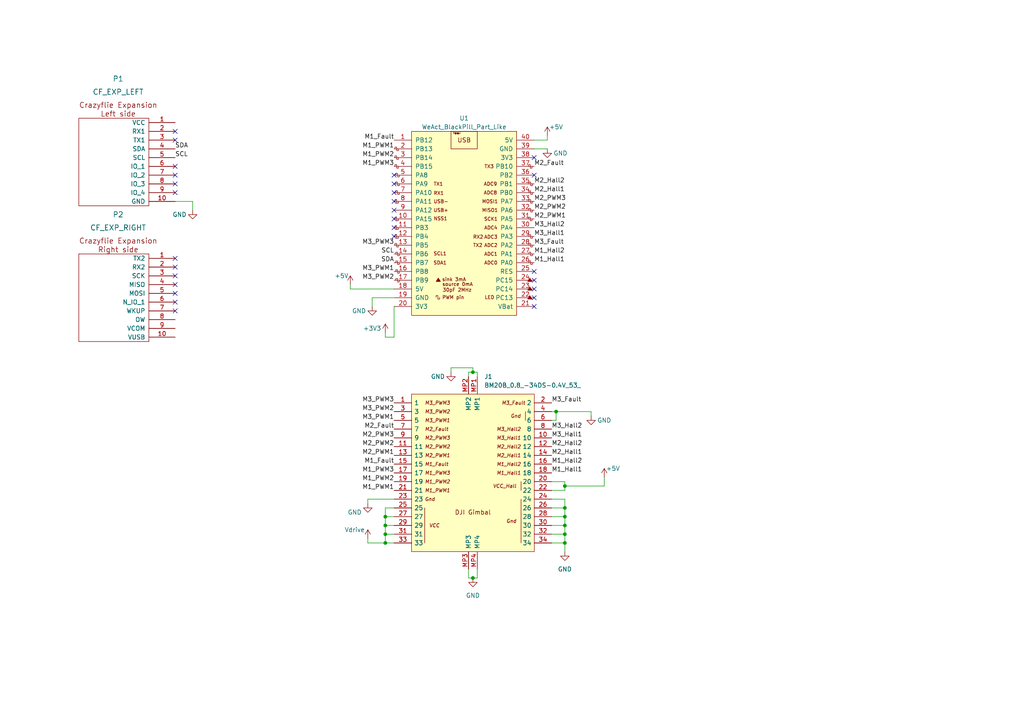
<source format=kicad_sch>
(kicad_sch (version 20211123) (generator eeschema)
  (paper "A4")
  (lib_symbols
    (symbol "DJI_Gimbal:BM20B_0.8_-34DS-0.4V_53_" (pin_names (offset 0.762))
      (property "Reference" "J" (at -0.635 14.605 0))
      (property "Value" "BM20B_0.8_-34DS-0.4V_53_" (at -12.065 17.145 0))
      (symbol "BM20B_0.8_-34DS-0.4V_53__0_0"
        (polyline (pts (xy -13.97 -30.48) (xy -13.97 -40.64)))
        (polyline (pts (xy 13.97 -27.94) (xy 13.97 -40.64)))
        (polyline (pts (xy 13.97 -22.86) (xy 13.97 -25.4)))
        (polyline (pts (xy 15.24 -2.54) (xy 15.24 -5.08)))
        (text "DJI Gimbal" (at 0 -31.75 0) (effects (font (size 1.27 1.27))))
        (text "Gnd" (at -13.97 -27.94 0) (effects (font (size 1.016 1.016) italic) (justify left)))
        (text "Gnd" (at 12.7 -34.29 0) (effects (font (size 1.016 1.016) italic) (justify right)))
        (text "Gnd" (at 13.97 -3.81 0) (effects (font (size 1.016 1.016) italic) (justify right)))
        (text "M1_Fault" (at -13.97 -17.78 0) (effects (font (size 1.016 1.016) italic) (justify left)))
        (text "M1_Hall1" (at 13.97 -20.32 0) (effects (font (size 1.016 1.016) italic) (justify right)))
        (text "M1_Hall2" (at 13.97 -17.78 0) (effects (font (size 1.016 1.016) italic) (justify right)))
        (text "M1_PWM1" (at -13.97 -25.4 0) (effects (font (size 1.016 1.016) italic) (justify left)))
        (text "M1_PWM2" (at -13.97 -22.86 0) (effects (font (size 1.016 1.016) italic) (justify left)))
        (text "M1_PWM3" (at -13.97 -20.32 0) (effects (font (size 1.016 1.016) italic) (justify left)))
        (text "M2_Fault" (at -13.97 -7.62 0) (effects (font (size 1.016 1.016) italic) (justify left)))
        (text "M2_Hall1" (at 13.97 -15.24 0) (effects (font (size 1.016 1.016) italic) (justify right)))
        (text "M2_Hall2" (at 13.97 -12.7 0) (effects (font (size 1.016 1.016) italic) (justify right)))
        (text "M2_PWM1" (at -13.97 -15.24 0) (effects (font (size 1.016 1.016) italic) (justify left)))
        (text "M2_PWM2" (at -13.97 -12.7 0) (effects (font (size 1.016 1.016) italic) (justify left)))
        (text "M2_PWM3" (at -13.97 -10.16 0) (effects (font (size 1.016 1.016) italic) (justify left)))
        (text "M3_Fault" (at 15.24 0 0) (effects (font (size 1.016 1.016) italic) (justify right)))
        (text "M3_Hall1" (at 13.97 -10.16 0) (effects (font (size 1.016 1.016) italic) (justify right)))
        (text "M3_Hall2" (at 13.97 -7.62 0) (effects (font (size 1.016 1.016) italic) (justify right)))
        (text "M3_PWM1" (at -13.97 -5.08 0) (effects (font (size 1.016 1.016) italic) (justify left)))
        (text "M3_PWM2" (at -13.97 -2.54 0) (effects (font (size 1.016 1.016) italic) (justify left)))
        (text "M3_PWM3" (at -13.97 0 0) (effects (font (size 1.016 1.016) italic) (justify left)))
        (text "VCC" (at -12.7 -35.56 0) (effects (font (size 1.016 1.016) italic) (justify left)))
        (text "VCC_Hall" (at 12.7 -24.13 0) (effects (font (size 1.016 1.016) italic) (justify right)))
        (pin passive line (at -22.86 0 0) (length 5.08) (name "1") (number "1"))
        (pin passive line (at 22.86 -10.16 180) (length 5.08) (name "10") (number "10"))
        (pin passive line (at -22.86 -12.7 0) (length 5.08) (name "11") (number "11"))
        (pin passive line (at 22.86 -12.7 180) (length 5.08) (name "12") (number "12"))
        (pin passive line (at -22.86 -15.24 0) (length 5.08) (name "13") (number "13"))
        (pin passive line (at 22.86 -15.24 180) (length 5.08) (name "14") (number "14"))
        (pin passive line (at -22.86 -17.78 0) (length 5.08) (name "15") (number "15"))
        (pin passive line (at 22.86 -17.78 180) (length 5.08) (name "16") (number "16"))
        (pin passive line (at -22.86 -20.32 0) (length 5.08) (name "17") (number "17"))
        (pin passive line (at 22.86 -20.32 180) (length 5.08) (name "18") (number "18"))
        (pin passive line (at -22.86 -22.86 0) (length 5.08) (name "19") (number "19"))
        (pin passive line (at 22.86 0 180) (length 5.08) (name "2") (number "2"))
        (pin passive line (at 22.86 -22.86 180) (length 5.08) (name "20") (number "20"))
        (pin passive line (at -22.86 -25.4 0) (length 5.08) (name "21") (number "21"))
        (pin passive line (at 22.86 -25.4 180) (length 5.08) (name "22") (number "22"))
        (pin passive line (at -22.86 -27.94 0) (length 5.08) (name "23") (number "23"))
        (pin passive line (at 22.86 -27.94 180) (length 5.08) (name "24") (number "24"))
        (pin passive line (at -22.86 -30.48 0) (length 5.08) (name "25") (number "25"))
        (pin passive line (at 22.86 -30.48 180) (length 5.08) (name "26") (number "26"))
        (pin passive line (at -22.86 -33.02 0) (length 5.08) (name "27") (number "27"))
        (pin passive line (at 22.86 -33.02 180) (length 5.08) (name "28") (number "28"))
        (pin passive line (at -22.86 -35.56 0) (length 5.08) (name "29") (number "29"))
        (pin passive line (at -22.86 -2.54 0) (length 5.08) (name "3") (number "3"))
        (pin passive line (at 22.86 -35.56 180) (length 5.08) (name "30") (number "30"))
        (pin passive line (at -22.86 -38.1 0) (length 5.08) (name "31") (number "31"))
        (pin passive line (at 22.86 -38.1 180) (length 5.08) (name "32") (number "32"))
        (pin passive line (at -22.86 -40.64 0) (length 5.08) (name "33") (number "33"))
        (pin passive line (at 22.86 -40.64 180) (length 5.08) (name "34") (number "34"))
        (pin passive line (at 22.86 -2.54 180) (length 5.08) (name "4") (number "4"))
        (pin passive line (at -22.86 -5.08 0) (length 5.08) (name "5") (number "5"))
        (pin passive line (at 22.86 -5.08 180) (length 5.08) (name "6") (number "6"))
        (pin passive line (at -22.86 -7.62 0) (length 5.08) (name "7") (number "7"))
        (pin passive line (at 22.86 -7.62 180) (length 5.08) (name "8") (number "8"))
        (pin passive line (at -22.86 -10.16 0) (length 5.08) (name "9") (number "9"))
        (pin passive line (at 1.27 7.62 270) (length 5.08) (name "MP1") (number "MP1"))
        (pin passive line (at -1.27 7.62 270) (length 5.08) (name "MP2") (number "MP2"))
        (pin passive line (at -1.27 -48.26 90) (length 5.08) (name "MP3") (number "MP3"))
        (pin passive line (at 1.27 -48.26 90) (length 5.08) (name "MP4") (number "MP4"))
      )
      (symbol "BM20B_0.8_-34DS-0.4V_53__0_1"
        (polyline (pts (xy 17.78 2.54) (xy 17.78 -43.18) (xy -17.78 -43.18) (xy -17.78 2.54) (xy 17.78 2.54)) (stroke (width 0.1524)) (fill (type background)))
      )
    )
    (symbol "DJI_Gimbal:CF_EXP_LEFT" (pin_names (offset 1.016))
      (property "Reference" "P" (at 0 -13.97 0))
      (property "Value" "CF_EXP_LEFT" (at 0 -16.51 0))
      (symbol "CF_EXP_LEFT_0_0"
        (rectangle (start -10.16 -12.7) (end -10.16 12.7))
        (rectangle (start -10.16 12.7) (end 10.16 12.7))
        (rectangle (start 10.16 -12.7) (end -10.16 -12.7))
        (rectangle (start 10.16 12.7) (end 10.16 -12.7))
        (text "Crazyflie Expansion" (at 1.27 16.51 0) (effects (font (size 1.524 1.524))))
        (text "Left side" (at 1.27 13.97 0) (effects (font (size 1.524 1.524))))
      )
      (symbol "CF_EXP_LEFT_1_1"
        (pin power_out line (at 17.78 11.43 180) (length 7.62) (name "VCC") (number "1"))
        (pin power_out line (at 17.78 -11.43 180) (length 7.62) (name "GND") (number "10"))
        (pin bidirectional line (at 17.78 8.89 180) (length 7.62) (name "RX1") (number "2"))
        (pin bidirectional line (at 17.78 6.35 180) (length 7.62) (name "TX1") (number "3"))
        (pin output line (at 17.78 3.81 180) (length 7.62) (name "SDA") (number "4"))
        (pin bidirectional line (at 17.78 1.27 180) (length 7.62) (name "SCL") (number "5"))
        (pin bidirectional line (at 17.78 -1.27 180) (length 7.62) (name "IO_1") (number "6"))
        (pin bidirectional line (at 17.78 -3.81 180) (length 7.62) (name "IO_2") (number "7"))
        (pin bidirectional line (at 17.78 -6.35 180) (length 7.62) (name "IO_3") (number "8"))
        (pin bidirectional line (at 17.78 -8.89 180) (length 7.62) (name "IO_4") (number "9"))
      )
    )
    (symbol "DJI_Gimbal:CF_EXP_RIGHT" (pin_names (offset 1.016))
      (property "Reference" "P" (at 0 -13.97 0))
      (property "Value" "CF_EXP_RIGHT" (at 0 -16.51 0))
      (symbol "CF_EXP_RIGHT_0_0"
        (rectangle (start -10.16 -12.7) (end -10.16 12.7))
        (rectangle (start -10.16 12.7) (end 10.16 12.7))
        (rectangle (start 10.16 -12.7) (end -10.16 -12.7))
        (rectangle (start 10.16 12.7) (end 10.16 -12.7))
        (text "Crazyflie Expansion" (at 1.27 16.51 0) (effects (font (size 1.524 1.524))))
        (text "Right side" (at 1.27 13.97 0) (effects (font (size 1.524 1.524))))
      )
      (symbol "CF_EXP_RIGHT_1_1"
        (pin bidirectional line (at 17.78 11.43 180) (length 7.62) (name "TX2") (number "1"))
        (pin power_out line (at 17.78 -11.43 180) (length 7.62) (name "VUSB") (number "10"))
        (pin bidirectional line (at 17.78 8.89 180) (length 7.62) (name "RX2") (number "2"))
        (pin output line (at 17.78 6.35 180) (length 7.62) (name "SCK") (number "3"))
        (pin bidirectional line (at 17.78 3.81 180) (length 7.62) (name "MISO") (number "4"))
        (pin bidirectional line (at 17.78 1.27 180) (length 7.62) (name "MOSI") (number "5"))
        (pin bidirectional line (at 17.78 -1.27 180) (length 7.62) (name "N_IO_1") (number "6"))
        (pin bidirectional line (at 17.78 -3.81 180) (length 7.62) (name "WKUP") (number "7"))
        (pin bidirectional line (at 17.78 -6.35 180) (length 7.62) (name "OW") (number "8"))
        (pin power_out line (at 17.78 -8.89 180) (length 7.62) (name "VCOM") (number "9"))
      )
    )
    (symbol "DJI_Gimbal:WeAct_BlackPill_Part_Like" (pin_names (offset 1.016))
      (property "Reference" "U" (at -12.7 27.94 0))
      (property "Value" "WeAct_BlackPill_Part_Like" (at 0 2.54 90))
      (symbol "WeAct_BlackPill_Part_Like_0_0"
        (polyline (pts (xy -8.128 -18.161) (xy -7.493 -17.145) (xy -6.858 -18.161) (xy -8.128 -18.161) (xy -7.493 -17.272) (xy -6.985 -18.161) (xy -8.001 -18.034) (xy -7.493 -17.399) (xy -7.112 -18.161) (xy -7.874 -17.907) (xy -7.366 -17.526) (xy -7.239 -18.161) (xy -7.747 -17.78) (xy -7.239 -17.653) (xy -7.366 -18.034) (xy -7.62 -17.78) (xy -7.366 -17.907) (xy -7.493 -17.653)))
        (polyline (pts (xy 18.415 -23.241) (xy 19.05 -22.225) (xy 19.685 -23.241) (xy 18.415 -23.241) (xy 19.05 -22.352) (xy 19.558 -23.241) (xy 18.542 -23.114) (xy 19.05 -22.479) (xy 19.431 -23.241) (xy 18.669 -22.987) (xy 19.177 -22.606) (xy 19.304 -23.241) (xy 18.796 -22.86) (xy 19.304 -22.733) (xy 19.177 -23.114) (xy 18.923 -22.86) (xy 19.177 -22.987) (xy 19.05 -22.733)))
        (polyline (pts (xy 18.415 -20.701) (xy 19.05 -19.685) (xy 19.685 -20.701) (xy 18.415 -20.701) (xy 19.05 -19.812) (xy 19.558 -20.701) (xy 18.542 -20.574) (xy 19.05 -19.939) (xy 19.431 -20.701) (xy 18.669 -20.447) (xy 19.177 -20.066) (xy 19.304 -20.701) (xy 18.796 -20.32) (xy 19.304 -20.193) (xy 19.177 -20.574) (xy 18.923 -20.32) (xy 19.177 -20.447) (xy 19.05 -20.193)))
        (polyline (pts (xy 18.415 -18.161) (xy 19.05 -17.145) (xy 19.685 -18.161) (xy 18.415 -18.161) (xy 19.05 -17.272) (xy 19.558 -18.161) (xy 18.542 -18.034) (xy 19.05 -17.399) (xy 19.431 -18.161) (xy 18.669 -17.907) (xy 19.177 -17.526) (xy 19.304 -18.161) (xy 18.796 -17.78) (xy 19.304 -17.653) (xy 19.177 -18.034) (xy 18.923 -17.78) (xy 19.177 -17.907) (xy 19.05 -17.653)))
        (text "30pF 2MHz" (at -2.032 -20.574 0) (effects (font (size 0.9906 0.9906))))
        (text "ADC0" (at 7.747 -12.7 0) (effects (font (size 0.9906 0.9906))))
        (text "ADC1" (at 7.747 -10.16 0) (effects (font (size 0.9906 0.9906))))
        (text "ADC2" (at 7.747 -7.62 0) (effects (font (size 0.9906 0.9906))))
        (text "ADC3" (at 7.747 -5.207 0) (effects (font (size 0.9906 0.9906))))
        (text "ADC4" (at 7.747 -2.54 0) (effects (font (size 0.9906 0.9906))))
        (text "ADC8" (at 7.62 7.62 0) (effects (font (size 0.9906 0.9906))))
        (text "ADC9" (at 7.62 10.16 0) (effects (font (size 0.9906 0.9906))))
        (text "LED" (at 7.366 -22.733 0) (effects (font (size 0.9906 0.9906))))
        (text "MISO1" (at 7.493 2.54 0) (effects (font (size 0.9906 0.9906))))
        (text "MOSI1" (at 7.493 5.08 0) (effects (font (size 0.9906 0.9906))))
        (text "NSS1" (at -6.858 0.127 0) (effects (font (size 0.9906 0.9906))))
        (text "PWM pin" (at -3.175 -22.733 0) (effects (font (size 0.9906 0.9906))))
        (text "RX1" (at -7.366 7.493 0) (effects (font (size 0.9906 0.9906))))
        (text "RX2" (at 4.064 -5.207 0) (effects (font (size 0.9906 0.9906))))
        (text "SCK1" (at 7.747 0 0) (effects (font (size 0.9906 0.9906))))
        (text "SCL1" (at -6.985 -10.033 0) (effects (font (size 0.9906 0.9906))))
        (text "SDA1" (at -6.985 -12.7 0) (effects (font (size 0.9906 0.9906))))
        (text "sink 3mA" (at -2.921 -17.526 0) (effects (font (size 0.9906 0.9906))))
        (text "source 0mA" (at -1.905 -18.923 0) (effects (font (size 0.9906 0.9906))))
        (text "TX1" (at -7.493 10.16 0) (effects (font (size 0.9906 0.9906))))
        (text "TX2" (at 3.937 -7.62 0) (effects (font (size 0.9906 0.9906))))
        (text "TX3" (at 7.239 15.24 0) (effects (font (size 0.9906 0.9906))))
        (text "USB" (at 0 22.86 0) (effects (font (size 1.27 1.27))))
        (text "USB+" (at -6.731 2.54 0) (effects (font (size 0.9906 0.9906))))
        (text "USB-" (at -6.731 5.08 0) (effects (font (size 0.9906 0.9906))))
        (text "Y@@J" (at -2.159 24.892 0) (effects (font (size 0.508 0.508))))
      )
      (symbol "WeAct_BlackPill_Part_Like_0_1"
        (rectangle (start -15.24 25.4) (end 15.24 -27.94) (fill (type background)))
        (polyline (pts (xy -19.05 -7.62) (xy -19.05 -8.128) (xy -19.558 -8.128) (xy -19.558 -7.112) (xy -20.066 -7.112) (xy -20.066 -7.62)))
        (polyline (pts (xy -19.05 -5.08) (xy -19.05 -5.588) (xy -19.558 -5.588) (xy -19.558 -4.572) (xy -20.066 -4.572) (xy -20.066 -5.08)))
        (polyline (pts (xy -19.05 -2.54) (xy -19.05 -3.048) (xy -19.558 -3.048) (xy -19.558 -2.032) (xy -20.066 -2.032) (xy -20.066 -2.54)))
        (polyline (pts (xy -19.05 0) (xy -19.05 -0.508) (xy -19.558 -0.508) (xy -19.558 0.508) (xy -20.066 0.508) (xy -20.066 0)))
        (polyline (pts (xy -19.05 5.08) (xy -19.05 4.572) (xy -19.558 4.572) (xy -19.558 5.588) (xy -20.066 5.588) (xy -20.066 5.08)))
        (polyline (pts (xy -19.05 15.24) (xy -19.05 14.732) (xy -19.558 14.732) (xy -19.558 15.748) (xy -20.066 15.748) (xy -20.066 15.24)))
        (polyline (pts (xy -19.05 17.78) (xy -19.05 17.272) (xy -19.558 17.272) (xy -19.558 18.288) (xy -20.066 18.288) (xy -20.066 17.78)))
        (polyline (pts (xy -19.05 20.32) (xy -19.05 19.812) (xy -19.558 19.812) (xy -19.558 20.828) (xy -20.066 20.828) (xy -20.066 20.32)))
        (polyline (pts (xy -18.796 -17.78) (xy -18.796 -18.288) (xy -19.304 -18.288) (xy -19.304 -17.272) (xy -19.812 -17.272) (xy -19.812 -17.78)))
        (polyline (pts (xy -18.796 -15.24) (xy -18.796 -15.748) (xy -19.304 -15.748) (xy -19.304 -14.732) (xy -19.812 -14.732) (xy -19.812 -15.24)))
        (polyline (pts (xy -18.796 -12.7) (xy -18.796 -13.208) (xy -19.304 -13.208) (xy -19.304 -12.192) (xy -19.812 -12.192) (xy -19.812 -12.7)))
        (polyline (pts (xy -18.796 -10.16) (xy -18.796 -10.668) (xy -19.304 -10.668) (xy -19.304 -9.652) (xy -19.812 -9.652) (xy -19.812 -10.16)))
        (polyline (pts (xy -18.796 7.62) (xy -18.796 7.112) (xy -19.304 7.112) (xy -19.304 8.128) (xy -19.812 8.128) (xy -19.812 7.62)))
        (polyline (pts (xy -18.796 10.16) (xy -18.796 9.652) (xy -19.304 9.652) (xy -19.304 10.668) (xy -19.812 10.668) (xy -19.812 10.16)))
        (polyline (pts (xy -18.796 12.7) (xy -18.796 12.192) (xy -19.304 12.192) (xy -19.304 13.208) (xy -19.812 13.208) (xy -19.812 12.7)))
        (polyline (pts (xy -7.112 -22.733) (xy -7.112 -23.241) (xy -7.62 -23.241) (xy -7.62 -22.225) (xy -8.128 -22.225) (xy -8.128 -22.733)))
        (polyline (pts (xy 19.685 0) (xy 19.685 -0.508) (xy 19.177 -0.508) (xy 19.177 0.508) (xy 18.669 0.508) (xy 18.669 0)))
        (polyline (pts (xy 19.685 15.24) (xy 19.685 14.732) (xy 19.177 14.732) (xy 19.177 15.748) (xy 18.669 15.748) (xy 18.669 15.24)))
        (polyline (pts (xy 19.812 -12.7) (xy 19.812 -13.208) (xy 19.304 -13.208) (xy 19.304 -12.192) (xy 18.796 -12.192) (xy 18.796 -12.7)))
        (polyline (pts (xy 19.812 -10.16) (xy 19.812 -10.668) (xy 19.304 -10.668) (xy 19.304 -9.652) (xy 18.796 -9.652) (xy 18.796 -10.16)))
        (polyline (pts (xy 19.812 -7.62) (xy 19.812 -8.128) (xy 19.304 -8.128) (xy 19.304 -7.112) (xy 18.796 -7.112) (xy 18.796 -7.62)))
        (polyline (pts (xy 19.812 -5.08) (xy 19.812 -5.588) (xy 19.304 -5.588) (xy 19.304 -4.572) (xy 18.796 -4.572) (xy 18.796 -5.08)))
        (polyline (pts (xy 19.812 2.54) (xy 19.812 2.032) (xy 19.304 2.032) (xy 19.304 3.048) (xy 18.796 3.048) (xy 18.796 2.54)))
        (polyline (pts (xy 19.812 5.08) (xy 19.812 4.572) (xy 19.304 4.572) (xy 19.304 5.588) (xy 18.796 5.588) (xy 18.796 5.08)))
        (polyline (pts (xy 19.812 7.62) (xy 19.812 7.112) (xy 19.304 7.112) (xy 19.304 8.128) (xy 18.796 8.128) (xy 18.796 7.62)))
        (polyline (pts (xy 19.812 10.16) (xy 19.812 9.652) (xy 19.304 9.652) (xy 19.304 10.668) (xy 18.796 10.668) (xy 18.796 10.16)))
        (rectangle (start 3.81 25.4) (end -3.81 20.32))
      )
      (symbol "WeAct_BlackPill_Part_Like_1_1"
        (pin bidirectional line (at -20.32 22.86 0) (length 5.08) (name "PB12") (number "1"))
        (pin bidirectional line (at -20.32 0 0) (length 5.08) (name "PA15") (number "10"))
        (pin bidirectional line (at -20.32 -2.54 0) (length 5.08) (name "PB3") (number "11"))
        (pin bidirectional line (at -20.32 -5.08 0) (length 5.08) (name "PB4") (number "12"))
        (pin bidirectional line (at -20.32 -7.62 0) (length 5.08) (name "PB5") (number "13"))
        (pin bidirectional line (at -20.32 -10.16 0) (length 5.08) (name "PB6") (number "14"))
        (pin bidirectional line (at -20.32 -12.7 0) (length 5.08) (name "PB7") (number "15"))
        (pin bidirectional line (at -20.32 -15.24 0) (length 5.08) (name "PB8") (number "16"))
        (pin bidirectional line (at -20.32 -17.78 0) (length 5.08) (name "PB9") (number "17"))
        (pin power_in line (at -20.32 -20.32 0) (length 5.08) (name "5V") (number "18"))
        (pin power_in line (at -20.32 -22.86 0) (length 5.08) (name "GND") (number "19"))
        (pin bidirectional line (at -20.32 20.32 0) (length 5.08) (name "PB13") (number "2"))
        (pin power_in line (at -20.32 -25.4 0) (length 5.08) (name "3V3") (number "20"))
        (pin power_in line (at 20.32 -25.4 180) (length 5.08) (name "VBat") (number "21"))
        (pin bidirectional line (at 20.32 -22.86 180) (length 5.08) (name "PC13") (number "22"))
        (pin bidirectional line (at 20.32 -20.32 180) (length 5.08) (name "PC14") (number "23"))
        (pin bidirectional line (at 20.32 -17.78 180) (length 5.08) (name "PC15") (number "24"))
        (pin input line (at 20.32 -15.24 180) (length 5.08) (name "RES") (number "25"))
        (pin bidirectional line (at 20.32 -12.7 180) (length 5.08) (name "PA0") (number "26"))
        (pin bidirectional line (at 20.32 -10.16 180) (length 5.08) (name "PA1") (number "27"))
        (pin bidirectional line (at 20.32 -7.62 180) (length 5.08) (name "PA2") (number "28"))
        (pin bidirectional line (at 20.32 -5.08 180) (length 5.08) (name "PA3") (number "29"))
        (pin bidirectional line (at -20.32 17.78 0) (length 5.08) (name "PB14") (number "3"))
        (pin bidirectional line (at 20.32 -2.54 180) (length 5.08) (name "PA4") (number "30"))
        (pin bidirectional line (at 20.32 0 180) (length 5.08) (name "PA5") (number "31"))
        (pin bidirectional line (at 20.32 2.54 180) (length 5.08) (name "PA6") (number "32"))
        (pin bidirectional line (at 20.32 5.08 180) (length 5.08) (name "PA7") (number "33"))
        (pin bidirectional line (at 20.32 7.62 180) (length 5.08) (name "PB0") (number "34"))
        (pin bidirectional line (at 20.32 10.16 180) (length 5.08) (name "PB1") (number "35"))
        (pin bidirectional line (at 20.32 12.7 180) (length 5.08) (name "PB2") (number "36"))
        (pin bidirectional line (at 20.32 15.24 180) (length 5.08) (name "PB10") (number "37"))
        (pin power_in line (at 20.32 17.78 180) (length 5.08) (name "3V3") (number "38"))
        (pin power_in line (at 20.32 20.32 180) (length 5.08) (name "GND") (number "39"))
        (pin bidirectional line (at -20.32 15.24 0) (length 5.08) (name "PB15") (number "4"))
        (pin power_in line (at 20.32 22.86 180) (length 5.08) (name "5V") (number "40"))
        (pin bidirectional line (at -20.32 12.7 0) (length 5.08) (name "PA8") (number "5"))
        (pin bidirectional line (at -20.32 10.16 0) (length 5.08) (name "PA9") (number "6"))
        (pin bidirectional line (at -20.32 7.62 0) (length 5.08) (name "PA10") (number "7"))
        (pin bidirectional line (at -20.32 5.08 0) (length 5.08) (name "PA11") (number "8"))
        (pin bidirectional line (at -20.32 2.54 0) (length 5.08) (name "PA12") (number "9"))
      )
    )
    (symbol "power:+3.3V" (power) (pin_names (offset 0))
      (property "Value" "+3.3V" (at 0 3.556 0))
      (symbol "+3.3V_0_1"
        (polyline (pts (xy -0.762 1.27) (xy 0 2.54)))
        (polyline (pts (xy 0 0) (xy 0 2.54)))
        (polyline (pts (xy 0 2.54) (xy 0.762 1.27)))
      )
      (symbol "+3.3V_1_1"
        (pin power_in line (at 0 0 90) (length 0) hide (name "+3V3") (number "1"))
      )
    )
    (symbol "power:+5V" (power) (pin_names (offset 0))
      (property "Value" "+5V" (at 0 3.556 0))
      (symbol "+5V_0_1"
        (polyline (pts (xy -0.762 1.27) (xy 0 2.54)))
        (polyline (pts (xy 0 0) (xy 0 2.54)))
        (polyline (pts (xy 0 2.54) (xy 0.762 1.27)))
      )
      (symbol "+5V_1_1"
        (pin power_in line (at 0 0 90) (length 0) hide (name "+5V") (number "1"))
      )
    )
    (symbol "power:GND" (power) (pin_names (offset 0))
      (property "Value" "GND" (at 0 -3.81 0))
      (symbol "GND_0_1"
        (polyline (pts (xy 0 0) (xy 0 -1.27) (xy 1.27 -1.27) (xy 0 -2.54) (xy -1.27 -1.27) (xy 0 -1.27)))
      )
      (symbol "GND_1_1"
        (pin power_in line (at 0 0 270) (length 0) hide (name "GND") (number "1"))
      )
    )
    (symbol "power:Vdrive" (power) (pin_names (offset 0))
      (property "Value" "Vdrive" (at 0 3.81 0))
      (symbol "Vdrive_0_1"
        (polyline (pts (xy -0.762 1.27) (xy 0 2.54)))
        (polyline (pts (xy 0 0) (xy 0 2.54)))
        (polyline (pts (xy 0 2.54) (xy 0.762 1.27)))
      )
      (symbol "Vdrive_1_1"
        (pin power_in line (at 0 0 90) (length 0) hide (name "Vdrive") (number "1"))
      )
    )
  )
  (junction (at 111.76 152.4))
  (junction (at 163.83 149.86))
  (junction (at 137.16 167.64))
  (junction (at 163.83 154.94))
  (junction (at 111.76 149.86))
  (junction (at 111.76 157.48))
  (junction (at 163.83 147.32))
  (junction (at 163.83 152.4))
  (junction (at 163.83 140.97))
  (junction (at 111.76 154.94))
  (junction (at 137.16 107.95))
  (junction (at 161.29 119.38))
  (junction (at 163.83 157.48))
  (no_connect (at 154.94 88.9))
  (no_connect (at 114.3 63.5))
  (no_connect (at 114.3 55.88))
  (no_connect (at 114.3 66.04))
  (no_connect (at 114.3 58.42))
  (no_connect (at 114.3 60.96))
  (no_connect (at 114.3 53.34))
  (no_connect (at 114.3 50.8))
  (no_connect (at 114.3 68.58))
  (no_connect (at 50.8 48.26))
  (no_connect (at 50.8 50.8))
  (no_connect (at 50.8 53.34))
  (no_connect (at 50.8 55.88))
  (no_connect (at 50.8 38.1))
  (no_connect (at 50.8 40.64))
  (no_connect (at 154.94 45.72))
  (no_connect (at 154.94 50.8))
  (no_connect (at 154.94 78.74))
  (no_connect (at 154.94 86.36))
  (no_connect (at 50.8 77.47))
  (no_connect (at 50.8 80.01))
  (no_connect (at 50.8 82.55))
  (no_connect (at 50.8 85.09))
  (no_connect (at 50.8 87.63))
  (no_connect (at 50.8 90.17))
  (no_connect (at 50.8 74.93))
  (no_connect (at 154.94 83.82))
  (no_connect (at 154.94 81.28))
  (wire (pts (xy 160.02 144.78) (xy 163.83 144.78)))
  (wire (pts (xy 163.83 154.94) (xy 163.83 157.48)))
  (wire (pts (xy 111.76 149.86) (xy 111.76 152.4)))
  (wire (pts (xy 135.89 167.64) (xy 137.16 167.64)))
  (wire (pts (xy 171.45 120.65) (xy 171.45 119.38)))
  (wire (pts (xy 130.81 106.68) (xy 137.16 106.68)))
  (wire (pts (xy 160.02 154.94) (xy 163.83 154.94)))
  (wire (pts (xy 163.83 140.97) (xy 163.83 142.24)))
  (wire (pts (xy 161.29 119.38) (xy 161.29 121.92)))
  (wire (pts (xy 160.02 139.7) (xy 163.83 139.7)))
  (wire (pts (xy 135.89 109.22) (xy 135.89 107.95)))
  (wire (pts (xy 160.02 152.4) (xy 163.83 152.4)))
  (wire (pts (xy 158.75 39.37) (xy 158.75 40.64)))
  (wire (pts (xy 101.6 82.55) (xy 101.6 83.82)))
  (wire (pts (xy 160.02 119.38) (xy 161.29 119.38)))
  (wire (pts (xy 135.89 107.95) (xy 137.16 107.95)))
  (wire (pts (xy 107.95 86.36) (xy 114.3 86.36)))
  (wire (pts (xy 114.3 88.9) (xy 114.3 97.79)))
  (wire (pts (xy 111.76 154.94) (xy 114.3 154.94)))
  (wire (pts (xy 135.89 165.1) (xy 135.89 167.64)))
  (wire (pts (xy 137.16 106.68) (xy 137.16 107.95)))
  (wire (pts (xy 163.83 149.86) (xy 163.83 152.4)))
  (wire (pts (xy 111.76 152.4) (xy 111.76 154.94)))
  (wire (pts (xy 175.26 138.43) (xy 175.26 140.97)))
  (wire (pts (xy 171.45 119.38) (xy 161.29 119.38)))
  (wire (pts (xy 55.88 58.42) (xy 55.88 60.96)))
  (wire (pts (xy 106.68 157.48) (xy 111.76 157.48)))
  (wire (pts (xy 163.83 157.48) (xy 163.83 160.02)))
  (wire (pts (xy 138.43 107.95) (xy 138.43 109.22)))
  (wire (pts (xy 114.3 147.32) (xy 111.76 147.32)))
  (wire (pts (xy 161.29 121.92) (xy 160.02 121.92)))
  (wire (pts (xy 175.26 140.97) (xy 163.83 140.97)))
  (wire (pts (xy 111.76 147.32) (xy 111.76 149.86)))
  (wire (pts (xy 160.02 147.32) (xy 163.83 147.32)))
  (wire (pts (xy 160.02 149.86) (xy 163.83 149.86)))
  (wire (pts (xy 163.83 147.32) (xy 163.83 149.86)))
  (wire (pts (xy 106.68 146.05) (xy 106.68 144.78)))
  (wire (pts (xy 163.83 139.7) (xy 163.83 140.97)))
  (wire (pts (xy 101.6 83.82) (xy 114.3 83.82)))
  (wire (pts (xy 163.83 157.48) (xy 160.02 157.48)))
  (wire (pts (xy 154.94 43.18) (xy 158.75 43.18)))
  (wire (pts (xy 107.95 88.9) (xy 107.95 86.36)))
  (wire (pts (xy 111.76 152.4) (xy 114.3 152.4)))
  (wire (pts (xy 111.76 149.86) (xy 114.3 149.86)))
  (wire (pts (xy 106.68 144.78) (xy 114.3 144.78)))
  (wire (pts (xy 111.76 157.48) (xy 114.3 157.48)))
  (wire (pts (xy 106.68 156.21) (xy 106.68 157.48)))
  (wire (pts (xy 111.76 154.94) (xy 111.76 157.48)))
  (wire (pts (xy 130.81 107.95) (xy 130.81 106.68)))
  (wire (pts (xy 111.76 97.79) (xy 111.76 96.52)))
  (wire (pts (xy 114.3 97.79) (xy 111.76 97.79)))
  (wire (pts (xy 137.16 107.95) (xy 138.43 107.95)))
  (wire (pts (xy 50.8 58.42) (xy 55.88 58.42)))
  (wire (pts (xy 163.83 142.24) (xy 160.02 142.24)))
  (wire (pts (xy 158.75 40.64) (xy 154.94 40.64)))
  (wire (pts (xy 163.83 152.4) (xy 163.83 154.94)))
  (wire (pts (xy 137.16 167.64) (xy 138.43 167.64)))
  (wire (pts (xy 138.43 167.64) (xy 138.43 165.1)))
  (wire (pts (xy 163.83 144.78) (xy 163.83 147.32)))
  (label "M1_Hall1" (at 154.94 76.2 0))
  (label "M3_Hall2" (at 160.02 124.46 0))
  (label "M3_PWM2" (at 114.3 119.38 180))
  (label "M1_PWM1" (at 114.3 43.18 180))
  (label "SDA" (at 50.8 43.18 0))
  (label "M1_Fault" (at 114.3 40.64 180))
  (label "M1_PWM3" (at 114.3 137.16 180))
  (label "M1_Fault" (at 114.3 134.62 180))
  (label "M3_Fault" (at 160.02 116.84 0))
  (label "M2_Hall1" (at 160.02 132.08 0))
  (label "SCL" (at 50.8 45.72 0))
  (label "M1_Hall2" (at 160.02 134.62 0))
  (label "M2_PWM3" (at 114.3 127 180))
  (label "M1_Hall1" (at 160.02 137.16 0))
  (label "M3_Hall2" (at 154.94 66.04 0))
  (label "M2_PWM1" (at 114.3 132.08 180))
  (label "SDA" (at 114.3 76.2 180))
  (label "M3_Fault" (at 154.94 71.12 0))
  (label "M3_Hall1" (at 154.94 68.58 0))
  (label "M2_Hall1" (at 154.94 55.88 0))
  (label "M3_PWM3" (at 114.3 116.84 180))
  (label "M3_Hall1" (at 160.02 127 0))
  (label "M3_PWM1" (at 114.3 121.92 180))
  (label "M2_Fault" (at 114.3 124.46 180))
  (label "M2_Hall2" (at 154.94 53.34 0))
  (label "M1_PWM2" (at 114.3 139.7 180))
  (label "M2_PWM2" (at 114.3 129.54 180))
  (label "M3_PWM2" (at 114.3 81.28 180))
  (label "M3_PWM3" (at 114.3 71.12 180))
  (label "M1_Hall2" (at 154.94 73.66 0))
  (label "M2_Fault" (at 154.94 48.26 0))
  (label "M2_PWM3" (at 154.94 58.42 0))
  (label "SCL" (at 114.3 73.66 180))
  (label "M2_PWM1" (at 154.94 63.5 0))
  (label "M1_PWM2" (at 114.3 45.72 180))
  (label "M2_PWM2" (at 154.94 60.96 0))
  (label "M1_PWM3" (at 114.3 48.26 180))
  (label "M3_PWM1" (at 114.3 78.74 180))
  (label "M2_Hall2" (at 160.02 129.54 0))
  (label "M1_PWM1" (at 114.3 142.24 180))
  (symbol (lib_id "DJI_Gimbal:WeAct_BlackPill_Part_Like") (at 134.62 63.5 0) (unit 1)
    (property "Reference" "U1" (at 134.62 34.29 0))
    (property "Value" "WeAct_BlackPill_Part_Like" (at 134.62 36.83 0))
    (property "Footprint" "DGI_Gimbal:YAAJ_WeAct_BlackPill_2" (effects hide))
  )
  (symbol (lib_id "power:GND") (at 130.81 107.95 0) (unit 1)
    (property "Reference" "#PWR0109" (effects hide))
    (property "Value" "GND" (at 127 109.22 0))
  )
  (symbol (lib_id "power:GND") (at 106.68 146.05 0) (unit 1)
    (property "Reference" "#PWR0104" (effects hide))
    (property "Value" "GND" (at 102.87 148.59 0))
  )
  (symbol (lib_id "DJI_Gimbal:CF_EXP_LEFT") (at 33.02 46.99 0) (unit 1)
    (property "Reference" "P1" (at 34.265 22.86 0) (effects (font (size 1.524 1.524))))
    (property "Value" "CF_EXP_LEFT" (at 34.265 26.67 0) (effects (font (size 1.524 1.524))))
    (property "Footprint" "DGI_Gimbal:BF090-10-X-B2" (effects hide))
  )
  (symbol (lib_id "power:+5V") (at 175.26 138.43 0) (unit 1)
    (property "Reference" "#PWR0108" (effects hide))
    (property "Value" "+5V" (at 177.8 135.89 0))
  )
  (symbol (lib_id "DJI_Gimbal:BM20B_0.8_-34DS-0.4V_53_") (at 137.16 116.84 0) (unit 1)
    (property "Reference" "J1" (at 140.4494 109.22 0) (effects (justify left)))
    (property "Value" "BM20B_0.8_-34DS-0.4V_53_" (at 140.4494 111.76 0) (effects (justify left)))
    (property "Footprint" "DGI_Gimbal:BM20B0834DS04V53" (effects hide))
    (property "Datasheet" "https://www.hirose.com/en/product/document?clcode=CL0684-9020-0-53&productname=BM20B(0.8)-34DS-0.4V(53)&series=BM20&documenttype=2DDrawing&lang=en&documentid=0001372404" (effects hide))
    (property "Description" "Board to Board & Mezzanine Connectors 34P DR RCP B2B/B2FPC 0.8mm H 0.4mm P VSMT" (effects hide))
    (property "Height" "0.9" (effects hide))
    (property "Mouser Part Number" "798-BM20B0834DS04V53" (effects hide))
    (property "Mouser Price/Stock" "https://www.mouser.co.uk/ProductDetail/Hirose-Connector/BM20B08-34DS-04V53?qs=AAveGqk956HKBDZ2sUIWMg%3D%3D" (effects hide))
    (property "Manufacturer_Name" "Hirose" (effects hide))
    (property "Manufacturer_Part_Number" "BM20B(0.8)-34DS-0.4V(53)" (effects hide))
  )
  (symbol (lib_id "DJI_Gimbal:CF_EXP_RIGHT") (at 33.02 86.36 0) (unit 1)
    (property "Reference" "P2" (at 34.265 62.23 0) (effects (font (size 1.524 1.524))))
    (property "Value" "CF_EXP_RIGHT" (at 34.265 66.04 0) (effects (font (size 1.524 1.524))))
    (property "Footprint" "DGI_Gimbal:BF090-10-X-B2" (effects hide))
  )
  (symbol (lib_id "power:GND") (at 158.75 43.18 0) (unit 1)
    (property "Reference" "#PWR0102" (effects hide))
    (property "Value" "GND" (at 162.56 44.45 0))
  )
  (symbol (lib_id "power:+5V") (at 101.6 82.55 0) (unit 1)
    (property "Reference" "#PWR0110" (effects hide))
    (property "Value" "+5V" (at 99.06 80.01 0))
  )
  (symbol (lib_id "power:+5V") (at 158.75 39.37 0) (unit 1)
    (property "Reference" "#PWR0101" (effects hide))
    (property "Value" "+5V" (at 161.29 36.83 0))
  )
  (symbol (lib_id "power:GND") (at 171.45 120.65 0) (unit 1)
    (property "Reference" "#PWR0107" (effects hide))
    (property "Value" "GND" (at 175.26 121.92 0))
  )
  (symbol (lib_id "power:GND") (at 55.88 60.96 0) (unit 1)
    (property "Reference" "#PWR?" (effects hide))
    (property "Value" "GND" (at 52.07 62.23 0))
  )
  (symbol (lib_id "power:GND") (at 137.16 167.64 0) (unit 1)
    (property "Reference" "#PWR0103" (effects hide))
    (property "Value" "GND" (at 137.16 172.72 0))
  )
  (symbol (lib_id "power:+3.3V") (at 111.76 96.52 0) (unit 1)
    (property "Reference" "#PWR?" (effects hide))
    (property "Value" "+3.3V" (at 107.95 95.25 0))
  )
  (symbol (lib_id "power:GND") (at 107.95 88.9 0) (unit 1)
    (property "Reference" "#PWR0111" (effects hide))
    (property "Value" "GND" (at 104.14 90.17 0))
  )
  (symbol (lib_id "power:GND") (at 163.83 160.02 0) (unit 1)
    (property "Reference" "#PWR0106" (effects hide))
    (property "Value" "GND" (at 163.83 165.1 0))
  )
  (symbol (lib_id "power:Vdrive") (at 106.68 156.21 0) (unit 1)
    (property "Reference" "#PWR0105" (effects hide))
    (property "Value" "Vdrive" (at 102.87 153.67 0))
  )
)
</source>
